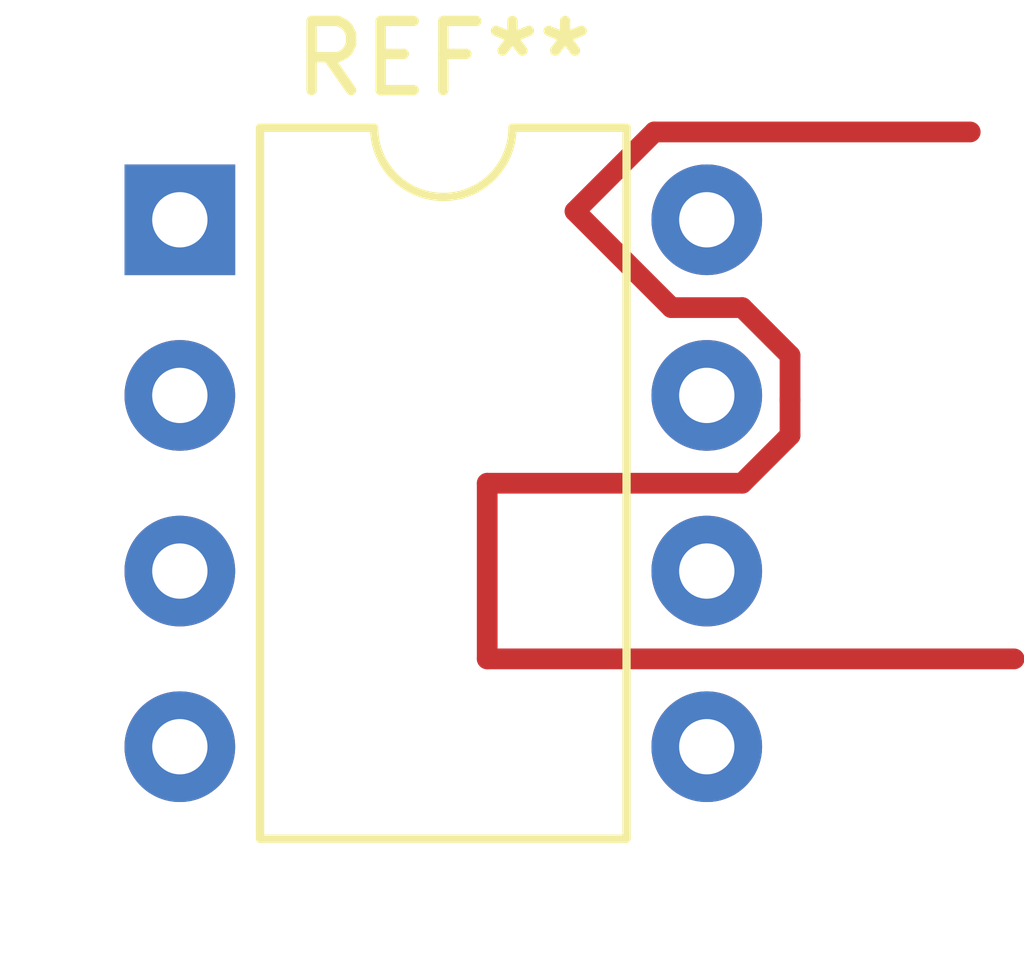
<source format=kicad_pcb>
(kicad_pcb (version 20171130) (host pcbnew "(2018-01-07 revision 6cee19d37)-makepkg")

  (general
    (thickness 1.6)
    (drawings 0)
    (tracks 12)
    (zones 0)
    (modules 1)
    (nets 1)
  )

  (page A4)
  (layers
    (0 F.Cu signal)
    (31 B.Cu signal)
    (32 B.Adhes user)
    (33 F.Adhes user)
    (34 B.Paste user)
    (35 F.Paste user)
    (36 B.SilkS user)
    (37 F.SilkS user)
    (38 B.Mask user)
    (39 F.Mask user)
    (40 Dwgs.User user)
    (41 Cmts.User user)
    (42 Eco1.User user)
    (43 Eco2.User user)
    (44 Edge.Cuts user)
    (45 Margin user)
    (46 B.CrtYd user)
    (47 F.CrtYd user)
    (48 B.Fab user)
    (49 F.Fab user)
  )

  (setup
    (last_trace_width 0.3)
    (trace_clearance 0.2)
    (zone_clearance 0.508)
    (zone_45_only no)
    (trace_min 0.2)
    (segment_width 0.2)
    (edge_width 0.15)
    (via_size 0.8)
    (via_drill 0.4)
    (via_min_size 0.4)
    (via_min_drill 0.3)
    (uvia_size 0.3)
    (uvia_drill 0.1)
    (uvias_allowed no)
    (uvia_min_size 0.2)
    (uvia_min_drill 0.1)
    (pcb_text_width 0.3)
    (pcb_text_size 1.5 1.5)
    (mod_edge_width 0.15)
    (mod_text_size 1 1)
    (mod_text_width 0.15)
    (pad_size 1.524 1.524)
    (pad_drill 0.762)
    (pad_to_mask_clearance 0.2)
    (aux_axis_origin 0 0)
    (visible_elements 7FFFFFFF)
    (pcbplotparams
      (layerselection 0x010fc_ffffffff)
      (usegerberextensions false)
      (usegerberattributes false)
      (usegerberadvancedattributes false)
      (creategerberjobfile false)
      (excludeedgelayer true)
      (linewidth 0.100000)
      (plotframeref false)
      (viasonmask false)
      (mode 1)
      (useauxorigin false)
      (hpglpennumber 1)
      (hpglpenspeed 20)
      (hpglpendiameter 15)
      (psnegative false)
      (psa4output false)
      (plotreference true)
      (plotvalue true)
      (plotinvisibletext false)
      (padsonsilk false)
      (subtractmaskfromsilk false)
      (outputformat 1)
      (mirror false)
      (drillshape 1)
      (scaleselection 1)
      (outputdirectory ""))
  )

  (net 0 "")

  (net_class Default "Dies ist die voreingestellte Netzklasse."
    (clearance 0.2)
    (trace_width 0.3)
    (via_dia 0.8)
    (via_drill 0.4)
    (uvia_dia 0.3)
    (uvia_drill 0.1)
  )

  (module Housings_DIP:DIP-8_W7.62mm (layer F.Cu) (tedit 59C78D6B) (tstamp 5A57C9FE)
    (at 114.3 63.5)
    (descr "8-lead though-hole mounted DIP package, row spacing 7.62 mm (300 mils)")
    (tags "THT DIP DIL PDIP 2.54mm 7.62mm 300mil")
    (fp_text reference REF** (at 3.81 -2.33) (layer F.SilkS)
      (effects (font (size 1 1) (thickness 0.15)))
    )
    (fp_text value DIP-8_W7.62mm (at 3.81 9.95) (layer F.Fab)
      (effects (font (size 1 1) (thickness 0.15)))
    )
    (fp_arc (start 3.81 -1.33) (end 2.81 -1.33) (angle -180) (layer F.SilkS) (width 0.12))
    (fp_line (start 1.635 -1.27) (end 6.985 -1.27) (layer F.Fab) (width 0.1))
    (fp_line (start 6.985 -1.27) (end 6.985 8.89) (layer F.Fab) (width 0.1))
    (fp_line (start 6.985 8.89) (end 0.635 8.89) (layer F.Fab) (width 0.1))
    (fp_line (start 0.635 8.89) (end 0.635 -0.27) (layer F.Fab) (width 0.1))
    (fp_line (start 0.635 -0.27) (end 1.635 -1.27) (layer F.Fab) (width 0.1))
    (fp_line (start 2.81 -1.33) (end 1.16 -1.33) (layer F.SilkS) (width 0.12))
    (fp_line (start 1.16 -1.33) (end 1.16 8.95) (layer F.SilkS) (width 0.12))
    (fp_line (start 1.16 8.95) (end 6.46 8.95) (layer F.SilkS) (width 0.12))
    (fp_line (start 6.46 8.95) (end 6.46 -1.33) (layer F.SilkS) (width 0.12))
    (fp_line (start 6.46 -1.33) (end 4.81 -1.33) (layer F.SilkS) (width 0.12))
    (fp_line (start -1.1 -1.55) (end -1.1 9.15) (layer F.CrtYd) (width 0.05))
    (fp_line (start -1.1 9.15) (end 8.7 9.15) (layer F.CrtYd) (width 0.05))
    (fp_line (start 8.7 9.15) (end 8.7 -1.55) (layer F.CrtYd) (width 0.05))
    (fp_line (start 8.7 -1.55) (end -1.1 -1.55) (layer F.CrtYd) (width 0.05))
    (fp_text user %R (at 3.81 3.81) (layer F.Fab)
      (effects (font (size 1 1) (thickness 0.15)))
    )
    (pad 1 thru_hole rect (at 0 0) (size 1.6 1.6) (drill 0.8) (layers *.Cu *.Mask))
    (pad 5 thru_hole oval (at 7.62 7.62) (size 1.6 1.6) (drill 0.8) (layers *.Cu *.Mask))
    (pad 2 thru_hole oval (at 0 2.54) (size 1.6 1.6) (drill 0.8) (layers *.Cu *.Mask))
    (pad 6 thru_hole oval (at 7.62 5.08) (size 1.6 1.6) (drill 0.8) (layers *.Cu *.Mask))
    (pad 3 thru_hole oval (at 0 5.08) (size 1.6 1.6) (drill 0.8) (layers *.Cu *.Mask))
    (pad 7 thru_hole oval (at 7.62 2.54) (size 1.6 1.6) (drill 0.8) (layers *.Cu *.Mask))
    (pad 4 thru_hole oval (at 0 7.62) (size 1.6 1.6) (drill 0.8) (layers *.Cu *.Mask))
    (pad 8 thru_hole oval (at 7.62 0) (size 1.6 1.6) (drill 0.8) (layers *.Cu *.Mask))
    (model ${KISYS3DMOD}/Housings_DIP.3dshapes/DIP-8_W7.62mm.wrl
      (at (xyz 0 0 0))
      (scale (xyz 1 1 1))
      (rotate (xyz 0 0 0))
    )
  )

  (segment (start 121.161922 62.23) (end 125.73 62.23) (width 0.3) (layer F.Cu) (net 0))
  (segment (start 120.015 63.376922) (end 121.161922 62.23) (width 0.3) (layer F.Cu) (net 0))
  (segment (start 122.431922 64.77) (end 121.408078 64.77) (width 0.3) (layer F.Cu) (net 0))
  (segment (start 121.408078 64.77) (end 120.015 63.376922) (width 0.3) (layer F.Cu) (net 0))
  (segment (start 123.124001 66.105999) (end 123.124001 65.462079) (width 0.3) (layer F.Cu) (net 0))
  (segment (start 123.124001 65.462079) (end 122.431922 64.77) (width 0.3) (layer F.Cu) (net 0))
  (segment (start 123.066922 66.675) (end 123.124001 66.617921) (width 0.3) (layer F.Cu) (net 0))
  (segment (start 123.124001 66.617921) (end 123.124001 66.105999) (width 0.3) (layer F.Cu) (net 0))
  (segment (start 118.745 67.31) (end 122.431922 67.31) (width 0.3) (layer F.Cu) (net 0))
  (segment (start 122.431922 67.31) (end 123.066922 66.675) (width 0.3) (layer F.Cu) (net 0))
  (segment (start 118.745 69.85) (end 118.745 67.31) (width 0.3) (layer F.Cu) (net 0))
  (segment (start 126.365 69.85) (end 118.745 69.85) (width 0.3) (layer F.Cu) (net 0))

)

</source>
